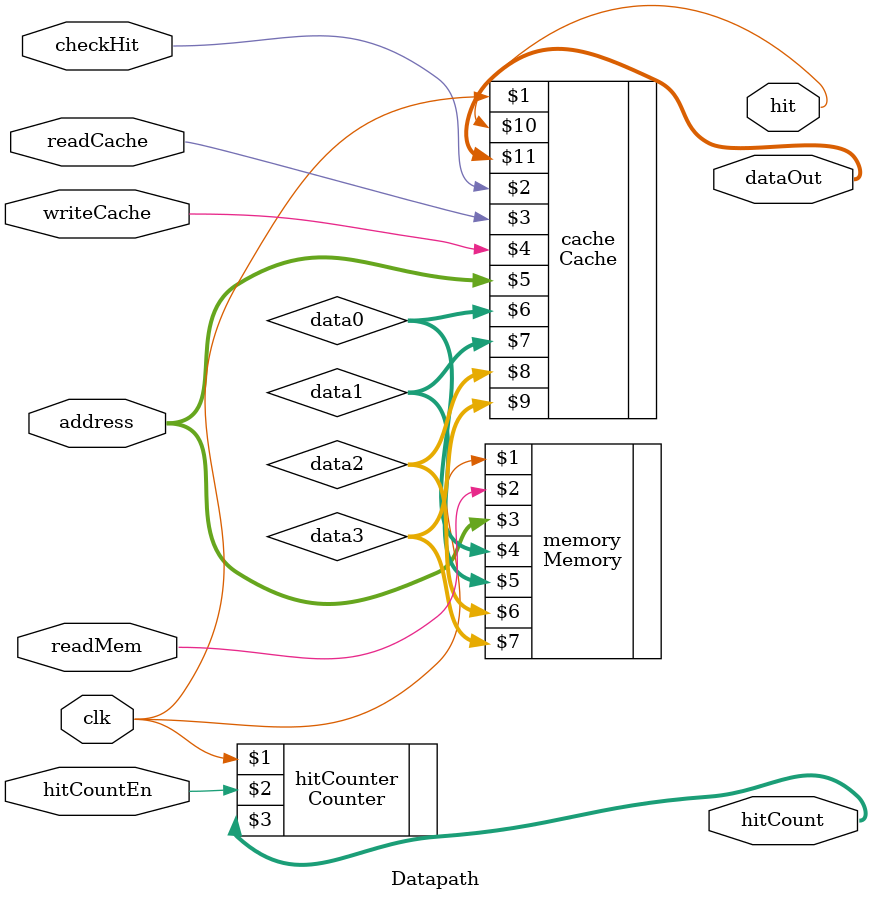
<source format=v>
module Datapath(input clk, checkHit, readCache, writeCache, readMem, hitCountEn, input [14:0] address, output hit, output [31:0] dataOut, output [12:0] hitCount);
  wire [31:0] data0, data1, data2, data3;
  Counter hitCounter(clk, hitCountEn, hitCount);
  Cache cache(clk, checkHit, readCache, writeCache, address, data0, data1, data2, data3, hit, dataOut);
  Memory memory(clk, readMem, address, data0, data1, data2, data3);
endmodule

</source>
